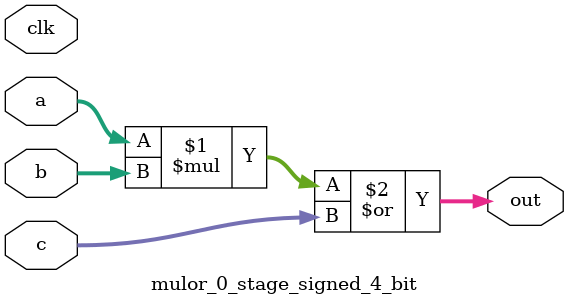
<source format=sv>
(* use_dsp = "yes" *) module mulor_0_stage_signed_4_bit(
	input signed [3:0] a,
	input signed [3:0] b,
	input signed [3:0] c,
	output [3:0] out,
	input clk);

	assign out = (a * b) | c;
endmodule

</source>
